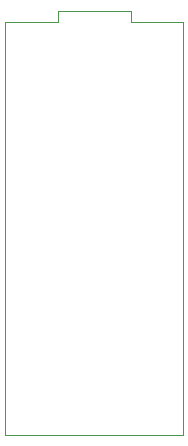
<source format=gbr>
%TF.GenerationSoftware,KiCad,Pcbnew,9.0.6*%
%TF.CreationDate,2025-12-04T22:18:03-08:00*%
%TF.ProjectId,Dev Board,44657620-426f-4617-9264-2e6b69636164,rev?*%
%TF.SameCoordinates,Original*%
%TF.FileFunction,Profile,NP*%
%FSLAX46Y46*%
G04 Gerber Fmt 4.6, Leading zero omitted, Abs format (unit mm)*
G04 Created by KiCad (PCBNEW 9.0.6) date 2025-12-04 22:18:03*
%MOMM*%
%LPD*%
G01*
G04 APERTURE LIST*
%TA.AperFunction,Profile*%
%ADD10C,0.050000*%
%TD*%
G04 APERTURE END LIST*
D10*
X144800000Y-103300000D02*
X141600000Y-103300000D01*
X144800000Y-138300000D02*
X144800000Y-103300000D01*
X129700000Y-138300000D02*
X144800000Y-138300000D01*
X129700000Y-103300000D02*
X129700000Y-138300000D01*
X133000000Y-103300000D02*
X129700000Y-103300000D01*
X134200000Y-103300000D02*
X133000000Y-103300000D01*
X134200000Y-102400000D02*
X134200000Y-103300000D01*
X140400000Y-102400000D02*
X134200000Y-102400000D01*
X140400000Y-103300000D02*
X140400000Y-102400000D01*
X141600000Y-103300000D02*
X140400000Y-103300000D01*
M02*

</source>
